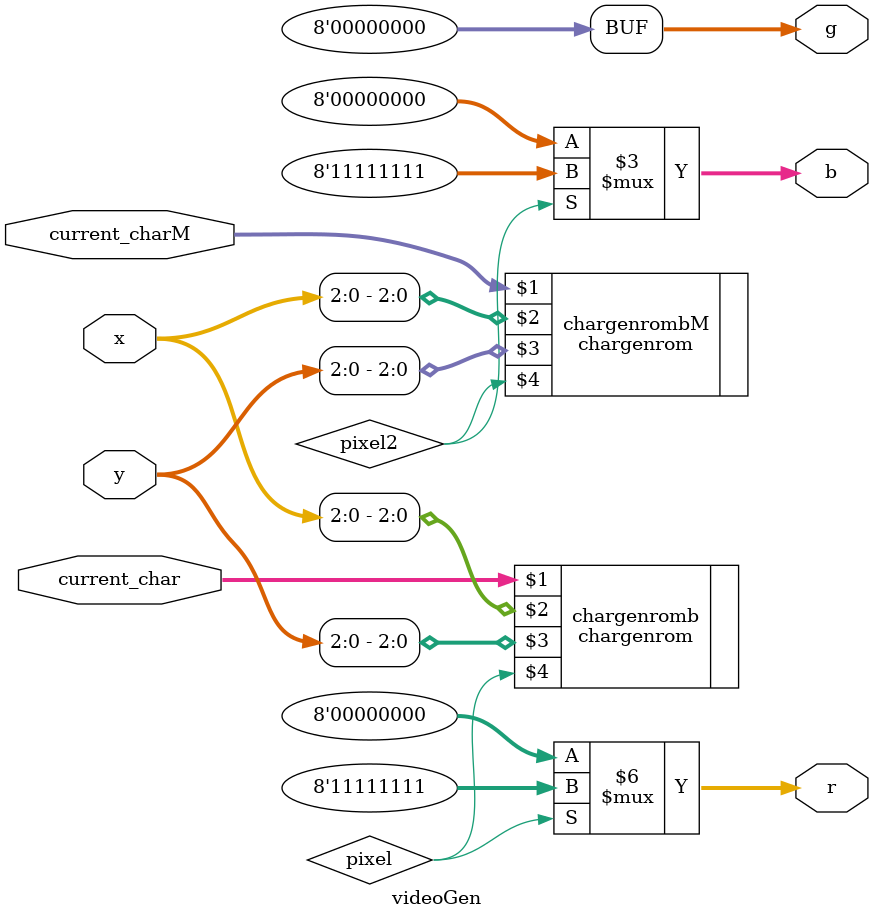
<source format=sv>
module videoGen(input logic [9:0] x, y,
					 input logic [7:0] current_char, // Entrada para la letra actual
					 input logic [7:0] current_charM, // Entrada para la letra actual modificada
					 output logic [7:0] r, g, b);
	
	logic pixel,pixel2;
	//logic pixel, inrect;
	// Given y position, choose a character to display
	// then look up the pixel value from the character ROM
	// and display it in red or blue.Also draw a green rectangle.

	chargenrom chargenromb(current_char, x[2:0], y[2:0], pixel);
	chargenrom chargenrombM(current_charM, x[2:0], y[2:0], pixel2);
	// Asignación de colores basados en el valor de pixel
   // Aquí asumimos que `pixel` es un bit (0 o 1), por lo que debe ser convertido a un byte de 8 bits.
   //assign r = (y[3] == 0) ? {8{{pixel}|{pixel2}}} : 8'h00;
   //assign b = (y[3] != 0) ? {8{{pixel}|{pixel2}}} : 8'h00;
   //assign g = 8'h00; // Color verde apagado
	
	always @(*) begin
        if (pixel) begin
            r = 8'hFF; // Rojo completo si pixel es 1
        end else begin
            r = 8'h00; // Rojo apagado si pixel es 0
        end
        
        if (pixel2) begin
            b = 8'hFF; // Azul completo si pixel2 es 1
        end else begin
            b = 8'h00; // Azul apagado si pixel2 es 0
        end
        
        g = 8'h00; // Verde apagado (puedes cambiar esta lógica si necesitas usar verde también)
    end
	
endmodule
</source>
